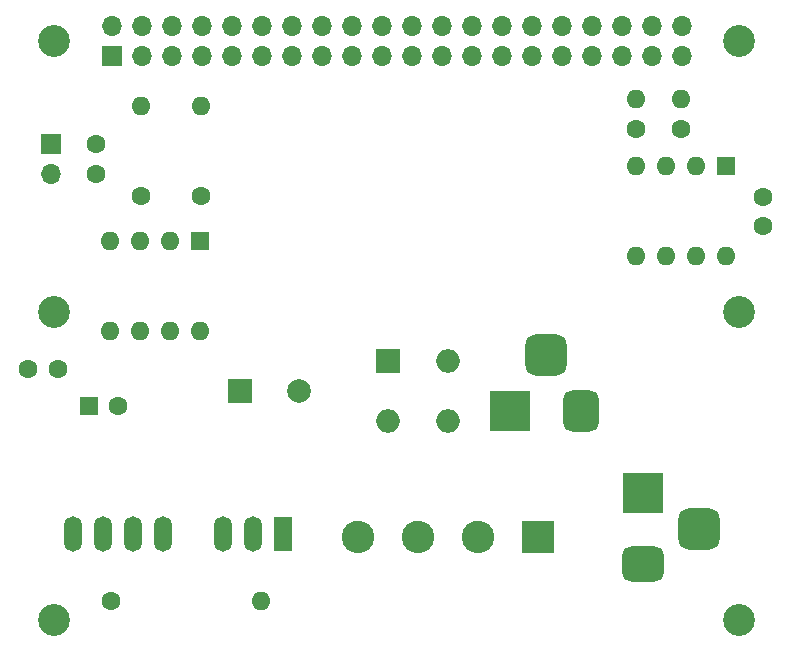
<source format=gbr>
G04 #@! TF.GenerationSoftware,KiCad,Pcbnew,7.0.10*
G04 #@! TF.CreationDate,2024-02-17T13:37:08-08:00*
G04 #@! TF.ProjectId,rpi-simplex-clock-hat,7270692d-7369-46d7-906c-65782d636c6f,1*
G04 #@! TF.SameCoordinates,Original*
G04 #@! TF.FileFunction,Soldermask,Top*
G04 #@! TF.FilePolarity,Negative*
%FSLAX46Y46*%
G04 Gerber Fmt 4.6, Leading zero omitted, Abs format (unit mm)*
G04 Created by KiCad (PCBNEW 7.0.10) date 2024-02-17 13:37:08*
%MOMM*%
%LPD*%
G01*
G04 APERTURE LIST*
G04 Aperture macros list*
%AMRoundRect*
0 Rectangle with rounded corners*
0 $1 Rounding radius*
0 $2 $3 $4 $5 $6 $7 $8 $9 X,Y pos of 4 corners*
0 Add a 4 corners polygon primitive as box body*
4,1,4,$2,$3,$4,$5,$6,$7,$8,$9,$2,$3,0*
0 Add four circle primitives for the rounded corners*
1,1,$1+$1,$2,$3*
1,1,$1+$1,$4,$5*
1,1,$1+$1,$6,$7*
1,1,$1+$1,$8,$9*
0 Add four rect primitives between the rounded corners*
20,1,$1+$1,$2,$3,$4,$5,0*
20,1,$1+$1,$4,$5,$6,$7,0*
20,1,$1+$1,$6,$7,$8,$9,0*
20,1,$1+$1,$8,$9,$2,$3,0*%
G04 Aperture macros list end*
%ADD10R,3.500000X3.500000*%
%ADD11RoundRect,0.750000X0.750000X1.000000X-0.750000X1.000000X-0.750000X-1.000000X0.750000X-1.000000X0*%
%ADD12RoundRect,0.875000X0.875000X0.875000X-0.875000X0.875000X-0.875000X-0.875000X0.875000X-0.875000X0*%
%ADD13O,2.000000X2.000000*%
%ADD14R,2.000000X2.000000*%
%ADD15C,1.600000*%
%ADD16O,1.600000X1.600000*%
%ADD17C,2.700000*%
%ADD18R,1.500000X3.000000*%
%ADD19O,1.500000X3.000000*%
%ADD20RoundRect,0.102000X1.275000X1.275000X-1.275000X1.275000X-1.275000X-1.275000X1.275000X-1.275000X0*%
%ADD21C,2.754000*%
%ADD22C,2.000000*%
%ADD23R,1.600000X1.600000*%
%ADD24R,1.700000X1.700000*%
%ADD25O,1.700000X1.700000*%
%ADD26RoundRect,0.750000X1.000000X-0.750000X1.000000X0.750000X-1.000000X0.750000X-1.000000X-0.750000X0*%
%ADD27RoundRect,0.875000X0.875000X-0.875000X0.875000X0.875000X-0.875000X0.875000X-0.875000X-0.875000X0*%
G04 APERTURE END LIST*
D10*
X142085000Y-78791000D03*
D11*
X148085000Y-78791000D03*
D12*
X145085000Y-74091000D03*
D13*
X136830000Y-74600000D03*
X136830000Y-79680000D03*
X131750000Y-79680000D03*
D14*
X131750000Y-74600000D03*
D15*
X156515000Y-54915000D03*
D16*
X156515000Y-52375000D03*
D15*
X152705000Y-54915000D03*
D16*
X152705000Y-52375000D03*
D17*
X161500000Y-70450000D03*
X103500000Y-70450000D03*
D18*
X122860000Y-89205000D03*
D19*
X120320000Y-89205000D03*
X117780000Y-89205000D03*
X112700000Y-89205000D03*
X110160000Y-89205000D03*
X107620000Y-89205000D03*
X105080000Y-89205000D03*
D20*
X144450000Y-89477500D03*
D21*
X139370000Y-89477500D03*
X134290000Y-89477500D03*
X129210000Y-89477500D03*
D15*
X101290000Y-75235000D03*
X103790000Y-75235000D03*
D22*
X124222323Y-77140000D03*
D14*
X119222323Y-77140000D03*
D15*
X106985000Y-56185000D03*
X106985000Y-58685000D03*
D23*
X115865000Y-64440000D03*
D16*
X113325000Y-64440000D03*
X110785000Y-64440000D03*
X108245000Y-64440000D03*
X108245000Y-72060000D03*
X110785000Y-72060000D03*
X113325000Y-72060000D03*
X115865000Y-72060000D03*
D15*
X108255000Y-94920000D03*
D16*
X120955000Y-94920000D03*
D24*
X103175000Y-56185000D03*
D25*
X103175000Y-58725000D03*
D17*
X103500000Y-96450000D03*
X103500000Y-47450000D03*
X161500000Y-96450000D03*
D15*
X115875000Y-60630000D03*
D16*
X115875000Y-53010000D03*
D17*
X161500000Y-47450000D03*
D15*
X163500000Y-63150000D03*
X163500000Y-60650000D03*
D23*
X160325000Y-58090000D03*
D16*
X157785000Y-58090000D03*
X155245000Y-58090000D03*
X152705000Y-58090000D03*
X152705000Y-65710000D03*
X155245000Y-65710000D03*
X157785000Y-65710000D03*
X160325000Y-65710000D03*
X110795000Y-53010000D03*
D15*
X110795000Y-60630000D03*
D10*
X153340000Y-85745000D03*
D26*
X153340000Y-91745000D03*
D27*
X158040000Y-88745000D03*
D23*
X106390000Y-78410000D03*
D15*
X108890000Y-78410000D03*
D24*
X108370000Y-48720000D03*
D25*
X108370000Y-46180000D03*
X110910000Y-48720000D03*
X110910000Y-46180000D03*
X113450000Y-48720000D03*
X113450000Y-46180000D03*
X115990000Y-48720000D03*
X115990000Y-46180000D03*
X118530000Y-48720000D03*
X118530000Y-46180000D03*
X121070000Y-48720000D03*
X121070000Y-46180000D03*
X123610000Y-48720000D03*
X123610000Y-46180000D03*
X126150000Y-48720000D03*
X126150000Y-46180000D03*
X128690000Y-48720000D03*
X128690000Y-46180000D03*
X131230000Y-48720000D03*
X131230000Y-46180000D03*
X133770000Y-48720000D03*
X133770000Y-46180000D03*
X136310000Y-48720000D03*
X136310000Y-46180000D03*
X138850000Y-48720000D03*
X138850000Y-46180000D03*
X141390000Y-48720000D03*
X141390000Y-46180000D03*
X143930000Y-48720000D03*
X143930000Y-46180000D03*
X146470000Y-48720000D03*
X146470000Y-46180000D03*
X149010000Y-48720000D03*
X149010000Y-46180000D03*
X151550000Y-48720000D03*
X151550000Y-46180000D03*
X154090000Y-48720000D03*
X154090000Y-46180000D03*
X156630000Y-48720000D03*
X156630000Y-46180000D03*
M02*

</source>
